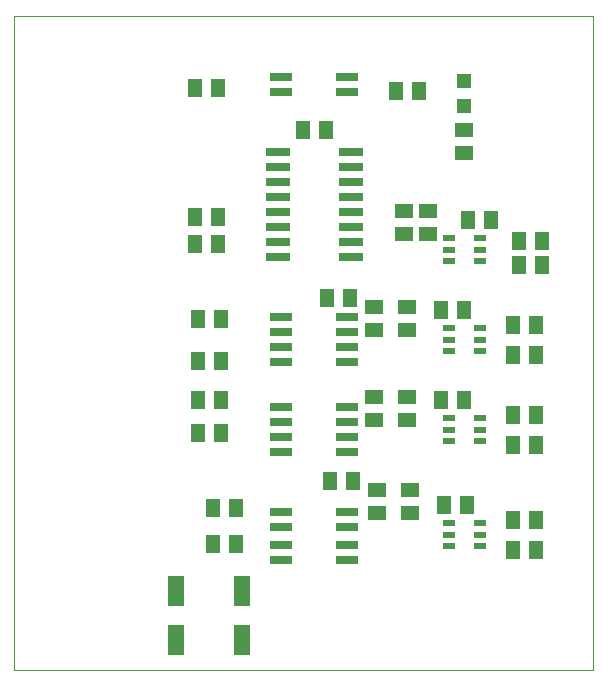
<source format=gtp>
G75*
%MOIN*%
%OFA0B0*%
%FSLAX24Y24*%
%IPPOS*%
%LPD*%
%AMOC8*
5,1,8,0,0,1.08239X$1,22.5*
%
%ADD10C,0.0000*%
%ADD11R,0.0750X0.0250*%
%ADD12R,0.0512X0.0591*%
%ADD13R,0.0591X0.0512*%
%ADD14R,0.0800X0.0260*%
%ADD15R,0.0413X0.0236*%
%ADD16R,0.0472X0.0472*%
%ADD17R,0.0551X0.1024*%
D10*
X004030Y003000D02*
X004030Y024792D01*
X023321Y024792D01*
X023321Y003000D01*
X004030Y003000D01*
D11*
X012930Y006650D03*
X012930Y007150D03*
X012930Y007750D03*
X012930Y008250D03*
X012930Y010250D03*
X012930Y010750D03*
X012930Y011250D03*
X012930Y011750D03*
X012930Y013250D03*
X012930Y013750D03*
X012930Y014250D03*
X012930Y014750D03*
X015130Y014750D03*
X015130Y014250D03*
X015130Y013750D03*
X015130Y013250D03*
X015130Y011750D03*
X015130Y011250D03*
X015130Y010750D03*
X015130Y010250D03*
X015130Y008250D03*
X015130Y007750D03*
X015130Y007150D03*
X015130Y006650D03*
X015130Y022250D03*
X015130Y022750D03*
X012930Y022750D03*
X012930Y022250D03*
D12*
X013656Y021000D03*
X014404Y021000D03*
X016756Y022300D03*
X017504Y022300D03*
X019156Y018000D03*
X019904Y018000D03*
X020856Y017300D03*
X021604Y017300D03*
X021604Y016500D03*
X020856Y016500D03*
X020656Y014500D03*
X021404Y014500D03*
X021404Y013500D03*
X020656Y013500D03*
X019004Y012000D03*
X018256Y012000D03*
X020656Y011500D03*
X021404Y011500D03*
X021404Y010500D03*
X020656Y010500D03*
X019104Y008500D03*
X018356Y008500D03*
X020656Y008000D03*
X021404Y008000D03*
X021404Y007000D03*
X020656Y007000D03*
X015304Y009300D03*
X014556Y009300D03*
X011404Y008400D03*
X010656Y008400D03*
X010656Y007200D03*
X011404Y007200D03*
X010904Y010900D03*
X010156Y010900D03*
X010156Y012000D03*
X010904Y012000D03*
X010904Y013300D03*
X010156Y013300D03*
X010156Y014700D03*
X010904Y014700D03*
X010804Y017200D03*
X010056Y017200D03*
X010056Y018100D03*
X010804Y018100D03*
X014456Y015400D03*
X015204Y015400D03*
X018256Y015000D03*
X019004Y015000D03*
X010804Y022400D03*
X010056Y022400D03*
D13*
X016030Y015074D03*
X016030Y014326D03*
X017130Y014326D03*
X017130Y015074D03*
X017030Y017526D03*
X017030Y018274D03*
X017830Y018274D03*
X017830Y017526D03*
X019030Y020226D03*
X019030Y020974D03*
X017130Y012074D03*
X017130Y011326D03*
X016030Y011326D03*
X016030Y012074D03*
X016130Y008974D03*
X016130Y008226D03*
X017230Y008226D03*
X017230Y008974D03*
D14*
X015240Y016750D03*
X015240Y017250D03*
X015240Y017750D03*
X015240Y018250D03*
X015240Y018750D03*
X015240Y019250D03*
X015240Y019750D03*
X015240Y020250D03*
X012820Y020250D03*
X012820Y019750D03*
X012820Y019250D03*
X012820Y018750D03*
X012820Y018250D03*
X012820Y017750D03*
X012820Y017250D03*
X012820Y016750D03*
D15*
X018499Y016626D03*
X018499Y017000D03*
X018499Y017374D03*
X019561Y017374D03*
X019561Y017000D03*
X019561Y016626D03*
X019561Y014374D03*
X019561Y014000D03*
X019561Y013626D03*
X018499Y013626D03*
X018499Y014000D03*
X018499Y014374D03*
X018499Y011374D03*
X018499Y011000D03*
X018499Y010626D03*
X019561Y010626D03*
X019561Y011000D03*
X019561Y011374D03*
X019561Y007874D03*
X019561Y007500D03*
X019561Y007126D03*
X018499Y007126D03*
X018499Y007500D03*
X018499Y007874D03*
D16*
X019030Y021787D03*
X019030Y022614D03*
D17*
X011630Y005607D03*
X011630Y003993D03*
X009430Y003993D03*
X009430Y005607D03*
M02*

</source>
